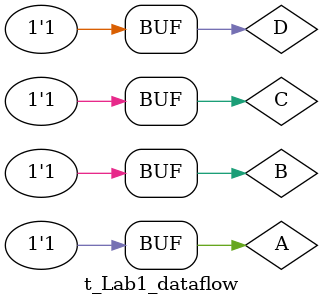
<source format=v>
module t_Lab1_dataflow;
wire F;
reg A,B,C,D;
Lab1_dataflow m1(F,A,B,C,D);
initial
    begin
        A=1'b0;B=1'b0;C=1'b0;D=1'b0;
	#50 A=1'b0;B=1'b0;C=1'b0;D=1'b1;
	#50 A=1'b0;B=1'b0;C=1'b1;D=1'b0;
	#50 A=1'b0;B=1'b0;C=1'b1;D=1'b1;
	#50 A=1'b0;B=1'b1;C=1'b0;D=1'b0;
	#50 A=1'b0;B=1'b1;C=1'b0;D=1'b1;
	#50 A=1'b0;B=1'b1;C=1'b1;D=1'b0;
	#50 A=1'b0;B=1'b1;C=1'b1;D=1'b1;
	#50 A=1'b1;B=1'b0;C=1'b0;D=1'b0;
	#50 A=1'b1;B=1'b0;C=1'b0;D=1'b1;
	#50 A=1'b1;B=1'b0;C=1'b1;D=1'b0;
	#50 A=1'b1;B=1'b0;C=1'b1;D=1'b1;
	#50 A=1'b1;B=1'b1;C=1'b0;D=1'b0;
	#50 A=1'b1;B=1'b1;C=1'b0;D=1'b1;
	#50 A=1'b1;B=1'b1;C=1'b1;D=1'b0;
	#50 A=1'b1;B=1'b1;C=1'b1;D=1'b1;
    end
endmodule

</source>
